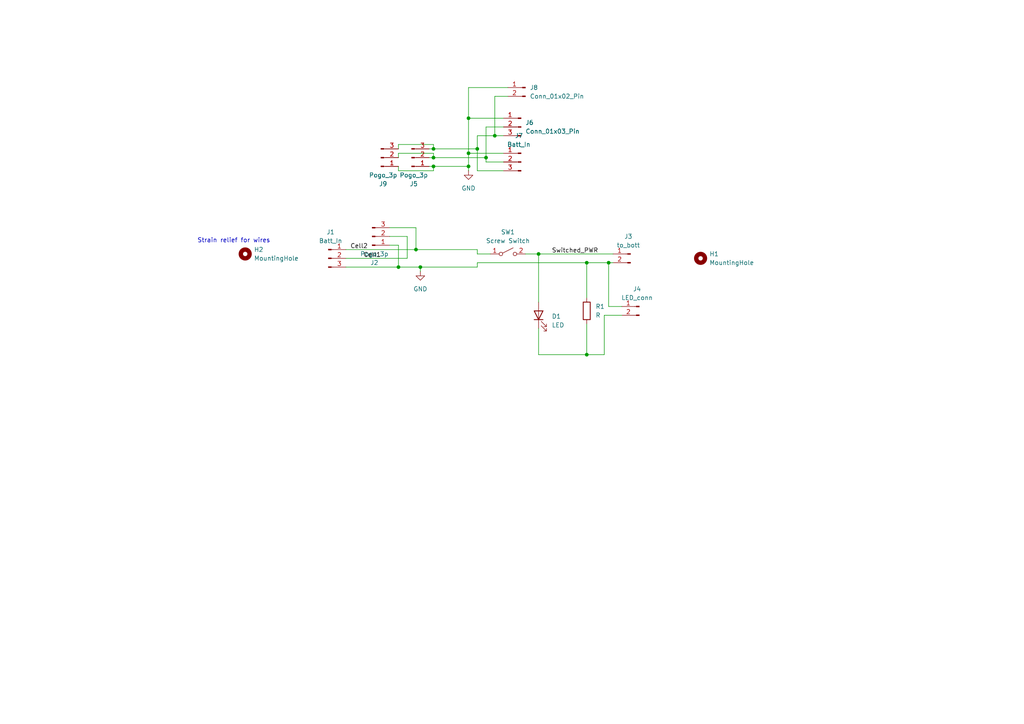
<source format=kicad_sch>
(kicad_sch (version 20231120) (generator "eeschema") (generator_version "8.0")
  (paper "A4")
  (lib_symbols
    (symbol "Connector:Conn_01x02_Pin" (pin_names (offset 1.016) hide)
      (property "Reference" "J" (at 0 2.54 0))
      (property "Value" "Conn_01x02_Pin" (at 0 -5.08 0))
      (symbol "Conn_01x02_Pin_1_1"
        (polyline (pts (xy 1.27 -2.54) (xy 0.8636 -2.54)) (stroke (width 0.1524)))
        (polyline (pts (xy 1.27 0) (xy 0.8636 0)) (stroke (width 0.1524)))
        (rectangle (start 0.8636 -2.413) (end 0 -2.667) (stroke (width 0.1524)) (fill (type outline)))
        (rectangle (start 0.8636 0.127) (end 0 -0.127) (stroke (width 0.1524)) (fill (type outline)))
        (pin passive line (at 5.08 0 180) (length 3.81) (name "Pin_1") (number "1"))
        (pin passive line (at 5.08 -2.54 180) (length 3.81) (name "Pin_2") (number "2"))
      )
    )
    (symbol "Connector:Conn_01x03_Pin" (pin_names (offset 1.016) hide)
      (property "Reference" "J" (at 0 5.08 0))
      (property "Value" "Conn_01x03_Pin" (at 0 -5.08 0))
      (symbol "Conn_01x03_Pin_1_1"
        (polyline (pts (xy 1.27 -2.54) (xy 0.8636 -2.54)) (stroke (width 0.1524)))
        (polyline (pts (xy 1.27 0) (xy 0.8636 0)) (stroke (width 0.1524)))
        (polyline (pts (xy 1.27 2.54) (xy 0.8636 2.54)) (stroke (width 0.1524)))
        (rectangle (start 0.8636 -2.413) (end 0 -2.667) (stroke (width 0.1524)) (fill (type outline)))
        (rectangle (start 0.8636 0.127) (end 0 -0.127) (stroke (width 0.1524)) (fill (type outline)))
        (rectangle (start 0.8636 2.667) (end 0 2.413) (stroke (width 0.1524)) (fill (type outline)))
        (pin passive line (at 5.08 2.54 180) (length 3.81) (name "Pin_1") (number "1"))
        (pin passive line (at 5.08 0 180) (length 3.81) (name "Pin_2") (number "2"))
        (pin passive line (at 5.08 -2.54 180) (length 3.81) (name "Pin_3") (number "3"))
      )
    )
    (symbol "Device:LED" (pin_numbers hide) (pin_names (offset 1.016) hide)
      (property "Reference" "D" (at 0 2.54 0))
      (property "Value" "LED" (at 0 -2.54 0))
      (symbol "LED_0_1"
        (polyline (pts (xy -1.27 -1.27) (xy -1.27 1.27)) (stroke (width 0.254)))
        (polyline (pts (xy -1.27 0) (xy 1.27 0)))
        (polyline (pts (xy 1.27 -1.27) (xy 1.27 1.27) (xy -1.27 0) (xy 1.27 -1.27)) (stroke (width 0.254)))
        (polyline (pts (xy -3.048 -0.762) (xy -4.572 -2.286) (xy -3.81 -2.286) (xy -4.572 -2.286) (xy -4.572 -1.524)))
        (polyline (pts (xy -1.778 -0.762) (xy -3.302 -2.286) (xy -2.54 -2.286) (xy -3.302 -2.286) (xy -3.302 -1.524)))
      )
      (symbol "LED_1_1"
        (pin passive line (at -3.81 0 0) (length 2.54) (name "K") (number "1"))
        (pin passive line (at 3.81 0 180) (length 2.54) (name "A") (number "2"))
      )
    )
    (symbol "Device:R" (pin_numbers hide) (pin_names (offset 0))
      (property "Reference" "R" (at 2.032 0 90))
      (property "Value" "R" (at 0 0 90))
      (symbol "R_0_1"
        (rectangle (start -1.016 -2.54) (end 1.016 2.54) (stroke (width 0.254)))
      )
      (symbol "R_1_1"
        (pin passive line (at 0 3.81 270) (length 1.27) (name "~") (number "1"))
        (pin passive line (at 0 -3.81 90) (length 1.27) (name "~") (number "2"))
      )
    )
    (symbol "Mechanical:MountingHole" (pin_names (offset 1.016)) (exclude_from_sim yes) (in_bom no)
      (property "Reference" "H" (at 0 5.08 0))
      (property "Value" "MountingHole" (at 0 3.175 0))
      (symbol "MountingHole_0_1"
        (circle (center 0 0) (radius 1.27) (stroke (width 1.27)))
      )
    )
    (symbol "Switch:SW_SPST" (pin_names (offset 0) hide)
      (property "Reference" "SW" (at 0 3.175 0))
      (property "Value" "SW_SPST" (at 0 -2.54 0))
      (symbol "SW_SPST_0_0"
        (circle (center -2.032 0) (radius 0.508))
        (polyline (pts (xy -1.524 0.254) (xy 1.524 1.778)))
        (circle (center 2.032 0) (radius 0.508))
      )
      (symbol "SW_SPST_1_1"
        (pin passive line (at -5.08 0 0) (length 2.54) (name "A") (number "1"))
        (pin passive line (at 5.08 0 180) (length 2.54) (name "B") (number "2"))
      )
    )
    (symbol "power:GND" (power) (pin_numbers hide) (pin_names (offset 0) hide)
      (property "Value" "GND" (at 0 -3.81 0))
      (symbol "GND_0_1"
        (polyline (pts (xy 0 0) (xy 0 -1.27) (xy 1.27 -1.27) (xy 0 -2.54) (xy -1.27 -1.27) (xy 0 -1.27)))
      )
      (symbol "GND_1_1"
        (pin power_in line (at 0 0 270) (length 0) (name "~") (number "1"))
      )
    )
  )
  (junction (at 135.89 48.26))
  (junction (at 125.73 43.18))
  (junction (at 143.51 39.37))
  (junction (at 156.21 73.66))
  (junction (at 176.53 76.2))
  (junction (at 120.65 72.39))
  (junction (at 135.89 44.45))
  (junction (at 121.92 77.47))
  (junction (at 135.89 34.29))
  (junction (at 115.57 77.47))
  (junction (at 140.97 45.72))
  (junction (at 138.43 43.18))
  (junction (at 170.18 76.2))
  (junction (at 125.73 48.26))
  (junction (at 125.73 45.72))
  (junction (at 170.18 102.87))
  (wire (pts (xy 135.89 44.45) (xy 135.89 48.26)))
  (wire (pts (xy 125.73 41.91) (xy 125.73 43.18)))
  (wire (pts (xy 113.03 68.58) (xy 118.11 68.58)))
  (wire (pts (xy 113.03 66.04) (xy 120.65 66.04)))
  (wire (pts (xy 115.57 41.91) (xy 125.73 41.91)))
  (wire (pts (xy 138.43 73.66) (xy 142.24 73.66)))
  (wire (pts (xy 118.11 74.93) (xy 100.33 74.93)))
  (wire (pts (xy 115.57 43.18) (xy 115.57 41.91)))
  (wire (pts (xy 156.21 95.25) (xy 156.21 102.87)))
  (wire (pts (xy 156.21 102.87) (xy 170.18 102.87)))
  (wire (pts (xy 138.43 76.2) (xy 138.43 77.47)))
  (wire (pts (xy 146.05 49.53) (xy 138.43 49.53)))
  (wire (pts (xy 115.57 48.26) (xy 115.57 49.53)))
  (wire (pts (xy 156.21 73.66) (xy 177.8 73.66)))
  (wire (pts (xy 115.57 44.45) (xy 125.73 44.45)))
  (wire (pts (xy 135.89 49.53) (xy 135.89 48.26)))
  (wire (pts (xy 115.57 45.72) (xy 115.57 44.45)))
  (wire (pts (xy 143.51 39.37) (xy 138.43 39.37)))
  (wire (pts (xy 140.97 36.83) (xy 140.97 45.72)))
  (wire (pts (xy 115.57 49.53) (xy 125.73 49.53)))
  (wire (pts (xy 124.46 48.26) (xy 125.73 48.26)))
  (wire (pts (xy 113.03 71.12) (xy 115.57 71.12)))
  (wire (pts (xy 170.18 86.36) (xy 170.18 76.2)))
  (wire (pts (xy 121.92 77.47) (xy 115.57 77.47)))
  (wire (pts (xy 120.65 72.39) (xy 138.43 72.39)))
  (wire (pts (xy 125.73 49.53) (xy 125.73 48.26)))
  (wire (pts (xy 100.33 72.39) (xy 120.65 72.39)))
  (wire (pts (xy 170.18 102.87) (xy 175.26 102.87)))
  (wire (pts (xy 125.73 44.45) (xy 125.73 45.72)))
  (wire (pts (xy 115.57 77.47) (xy 100.33 77.47)))
  (wire (pts (xy 146.05 34.29) (xy 135.89 34.29)))
  (wire (pts (xy 120.65 66.04) (xy 120.65 72.39)))
  (wire (pts (xy 146.05 36.83) (xy 140.97 36.83)))
  (wire (pts (xy 138.43 39.37) (xy 138.43 43.18)))
  (wire (pts (xy 138.43 76.2) (xy 170.18 76.2)))
  (wire (pts (xy 118.11 68.58) (xy 118.11 74.93)))
  (wire (pts (xy 138.43 73.66) (xy 138.43 72.39)))
  (wire (pts (xy 176.53 76.2) (xy 177.8 76.2)))
  (wire (pts (xy 156.21 73.66) (xy 156.21 87.63)))
  (wire (pts (xy 138.43 77.47) (xy 121.92 77.47)))
  (wire (pts (xy 135.89 44.45) (xy 146.05 44.45)))
  (wire (pts (xy 170.18 93.98) (xy 170.18 102.87)))
  (wire (pts (xy 143.51 27.94) (xy 143.51 39.37)))
  (wire (pts (xy 140.97 46.99) (xy 146.05 46.99)))
  (wire (pts (xy 176.53 88.9) (xy 176.53 76.2)))
  (wire (pts (xy 124.46 45.72) (xy 125.73 45.72)))
  (wire (pts (xy 125.73 43.18) (xy 124.46 43.18)))
  (wire (pts (xy 140.97 45.72) (xy 140.97 46.99)))
  (wire (pts (xy 121.92 77.47) (xy 121.92 78.74)))
  (wire (pts (xy 138.43 43.18) (xy 125.73 43.18)))
  (wire (pts (xy 146.05 39.37) (xy 143.51 39.37)))
  (wire (pts (xy 135.89 34.29) (xy 135.89 44.45)))
  (wire (pts (xy 152.4 73.66) (xy 156.21 73.66)))
  (wire (pts (xy 147.32 27.94) (xy 143.51 27.94)))
  (wire (pts (xy 175.26 91.44) (xy 180.34 91.44)))
  (wire (pts (xy 115.57 71.12) (xy 115.57 77.47)))
  (wire (pts (xy 125.73 45.72) (xy 140.97 45.72)))
  (wire (pts (xy 147.32 25.4) (xy 135.89 25.4)))
  (wire (pts (xy 135.89 25.4) (xy 135.89 34.29)))
  (wire (pts (xy 138.43 49.53) (xy 138.43 43.18)))
  (wire (pts (xy 175.26 102.87) (xy 175.26 91.44)))
  (wire (pts (xy 170.18 76.2) (xy 176.53 76.2)))
  (wire (pts (xy 180.34 88.9) (xy 176.53 88.9)))
  (wire (pts (xy 125.73 48.26) (xy 135.89 48.26)))
  (text "Strain relief for wires" (at 67.818 69.85 0) (effects (font (size 1.27 1.27))))
  (label "Switched_PWR" (at 160.02 73.66 0))
  (label "Cell2" (at 101.6 72.39 0))
  (label "Cell1" (at 110.49 74.93 180))
  (symbol (lib_id "Mechanical:MountingHole") (at 71.12 73.66 0) (unit 1) (exclude_from_sim yes) (in_bom no)
    (property "Reference" "H2" (at 73.66 72.3899 0) (effects (justify left)))
    (property "Value" "MountingHole" (at 73.66 74.9299 0) (effects (justify left)))
    (property "Footprint" "MountingHole:MountingHole_4.3mm_M4" (effects (hide yes)))
    (property "Description" "Mounting Hole without connection" (effects (hide yes)))
  )
  (symbol (lib_id "Switch:SW_SPST") (at 147.32 73.66 0) (unit 1)
    (property "Reference" "SW1" (at 147.32 67.31 0))
    (property "Value" "Screw Switch" (at 147.32 69.85 0))
    (property "Footprint" "footprints:Screw_Switch_M1.6" (effects (hide yes)))
    (property "Description" "Single Pole Single Throw (SPST) switch" (effects (hide yes)))
  )
  (symbol (lib_id "power:GND") (at 135.89 49.53 0) (unit 1)
    (property "Reference" "#PWR02" (effects (hide yes)))
    (property "Value" "GND" (at 135.89 54.61 0))
    (property "Description" "Power symbol creates a global label with name \"GND\" , ground" (effects (hide yes)))
  )
  (symbol (lib_id "power:GND") (at 121.92 78.74 0) (unit 1)
    (property "Reference" "#PWR01" (effects (hide yes)))
    (property "Value" "GND" (at 121.92 83.82 0))
    (property "Description" "Power symbol creates a global label with name \"GND\" , ground" (effects (hide yes)))
  )
  (symbol (lib_id "Mechanical:MountingHole") (at 203.2 74.93 0) (unit 1) (exclude_from_sim yes) (in_bom no)
    (property "Reference" "H1" (at 205.74 73.6599 0) (effects (justify left)))
    (property "Value" "MountingHole" (at 205.74 76.1999 0) (effects (justify left)))
    (property "Footprint" "MountingHole:MountingHole_3.2mm_M3" (effects (hide yes)))
    (property "Description" "Mounting Hole without connection" (effects (hide yes)))
  )
  (symbol (lib_id "Device:LED") (at 156.21 91.44 90) (unit 1)
    (property "Reference" "D1" (at 160.02 91.7574 90) (effects (justify right)))
    (property "Value" "LED" (at 160.02 94.2974 90) (effects (justify right)))
    (property "Footprint" "LED_SMD:LED_0805_2012Metric_Pad1.15x1.40mm_HandSolder" (effects (hide yes)))
    (property "Description" "Light emitting diode" (effects (hide yes)))
  )
  (symbol (lib_id "Connector:Conn_01x03_Pin") (at 119.38 45.72 0) (mirror x) (unit 1)
    (property "Reference" "J5" (at 120.015 53.34 0))
    (property "Value" "Pogo_3p" (at 120.015 50.8 0))
    (property "Footprint" "footprints:Pogo_3P" (effects (hide yes)))
    (property "Description" "Generic connector, single row, 01x03, script generated" (effects (hide yes)))
  )
  (symbol (lib_id "Connector:Conn_01x02_Pin") (at 182.88 73.66 0) (mirror y) (unit 1)
    (property "Reference" "J3" (at 182.245 68.58 0))
    (property "Value" "to_bott" (at 182.245 71.12 0))
    (property "Footprint" "Connector_JST:JST_XH_B2B-XH-A_1x02_P2.50mm_Vertical" (effects (hide yes)))
    (property "Description" "Generic connector, single row, 01x02, script generated" (effects (hide yes)))
  )
  (symbol (lib_id "Connector:Conn_01x03_Pin") (at 95.25 74.93 0) (unit 1)
    (property "Reference" "J1" (at 95.885 67.31 0))
    (property "Value" "Batt_In" (at 95.885 69.85 0))
    (property "Footprint" "Connector_JST:JST_XH_B3B-XH-A_1x03_P2.50mm_Vertical" (effects (hide yes)))
    (property "Description" "Generic connector, single row, 01x03, script generated" (effects (hide yes)))
  )
  (symbol (lib_id "Connector:Conn_01x02_Pin") (at 185.42 88.9 0) (mirror y) (unit 1)
    (property "Reference" "J4" (at 184.785 83.82 0))
    (property "Value" "LED_conn" (at 184.785 86.36 0))
    (property "Footprint" "footprints:LED_Solder_SMD" (effects (hide yes)))
    (property "Description" "Generic connector, single row, 01x02, script generated" (effects (hide yes)))
  )
  (symbol (lib_id "Connector:Conn_01x03_Pin") (at 107.95 68.58 0) (mirror x) (unit 1)
    (property "Reference" "J2" (at 108.585 76.2 0))
    (property "Value" "Pogo_3p" (at 108.585 73.66 0))
    (property "Footprint" "footprints:Pogo_3P" (effects (hide yes)))
    (property "Description" "Generic connector, single row, 01x03, script generated" (effects (hide yes)))
  )
  (symbol (lib_id "Connector:Conn_01x03_Pin") (at 151.13 46.99 0) (mirror y) (unit 1)
    (property "Reference" "J7" (at 150.495 39.37 0))
    (property "Value" "Batt_In" (at 150.495 41.91 0))
    (property "Footprint" "Connector_JST:JST_XH_B3B-XH-A_1x03_P2.50mm_Vertical" (effects (hide yes)))
    (property "Description" "Generic connector, single row, 01x03, script generated" (effects (hide yes)))
  )
  (symbol (lib_id "Connector:Conn_01x03_Pin") (at 151.13 36.83 0) (mirror y) (unit 1)
    (property "Reference" "J6" (at 152.4 35.5599 0) (effects (justify right)))
    (property "Value" "Conn_01x03_Pin" (at 152.4 38.0999 0) (effects (justify right)))
    (property "Footprint" "Connector_PinHeader_2.54mm:PinHeader_1x03_P2.54mm_Vertical" (effects (hide yes)))
    (property "Description" "Generic connector, single row, 01x03, script generated" (effects (hide yes)))
  )
  (symbol (lib_id "Connector:Conn_01x03_Pin") (at 110.49 45.72 0) (mirror x) (unit 1)
    (property "Reference" "J9" (at 111.125 53.34 0))
    (property "Value" "Pogo_3p" (at 111.125 50.8 0))
    (property "Footprint" "footprints:Pogo_Pin_Connection" (effects (hide yes)))
    (property "Description" "Generic connector, single row, 01x03, script generated" (effects (hide yes)))
  )
  (symbol (lib_id "Device:R") (at 170.18 90.17 0) (unit 1)
    (property "Reference" "R1" (at 172.72 88.8999 0) (effects (justify left)))
    (property "Value" "R" (at 172.72 91.4399 0) (effects (justify left)))
    (property "Footprint" "Resistor_SMD:R_0805_2012Metric_Pad1.20x1.40mm_HandSolder" (effects (hide yes)))
    (property "Description" "Resistor" (effects (hide yes)))
  )
  (symbol (lib_id "Connector:Conn_01x02_Pin") (at 152.4 25.4 0) (mirror y) (unit 1)
    (property "Reference" "J8" (at 153.67 25.3999 0) (effects (justify right)))
    (property "Value" "Conn_01x02_Pin" (at 153.67 27.9399 0) (effects (justify right)))
    (property "Footprint" "Connector_PinHeader_2.54mm:PinHeader_1x02_P2.54mm_Vertical" (effects (hide yes)))
    (property "Description" "Generic connector, single row, 01x02, script generated" (effects (hide yes)))
  )
)
</source>
